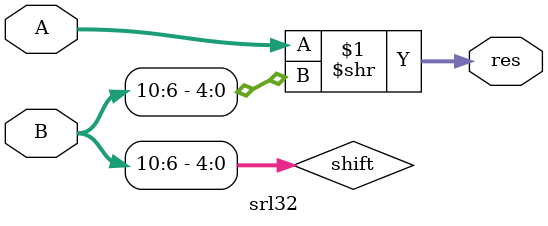
<source format=v>
`timescale 1ns / 1ps
module srl32(input [31:0] A,
				 input [31:0] B,
				 output [31:0] res
				 
				);
	wire [4:0]shift;
	assign shift = B[10:6];
	assign res = A >> shift;	//32Î»ÊýÓÒÒÆ¡£SP3ÒÆ1Î»,SWordÒÆshfitÎ»£¬ÐèÒªÐÞ¸ÄÂß¼­·ûºÅ£¬Ôö¼Óshfit¶Ë¿Ú

endmodule

</source>
